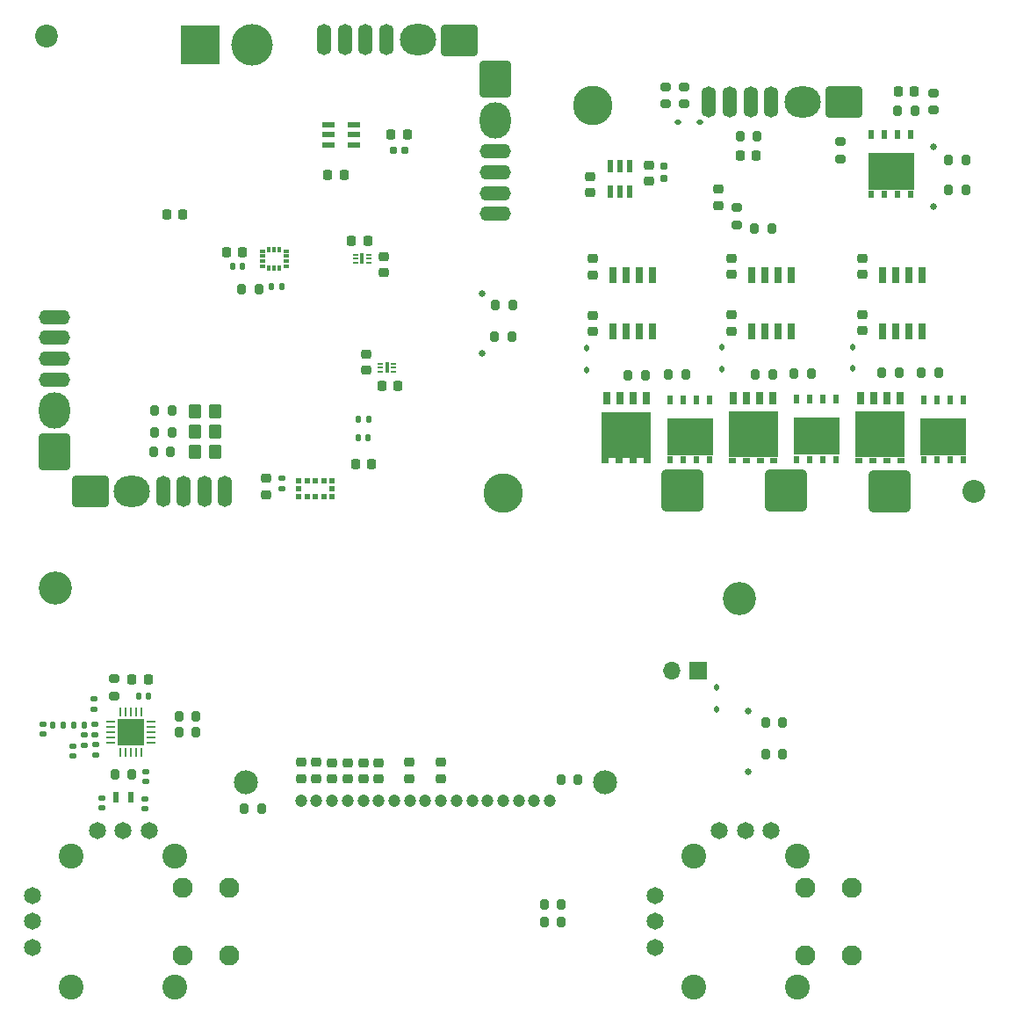
<source format=gbr>
%TF.GenerationSoftware,KiCad,Pcbnew,8.0.5*%
%TF.CreationDate,2024-10-20T13:56:42+02:00*%
%TF.ProjectId,Flight_Controller,466c6967-6874-45f4-936f-6e74726f6c6c,rev?*%
%TF.SameCoordinates,Original*%
%TF.FileFunction,Soldermask,Bot*%
%TF.FilePolarity,Negative*%
%FSLAX46Y46*%
G04 Gerber Fmt 4.6, Leading zero omitted, Abs format (unit mm)*
G04 Created by KiCad (PCBNEW 8.0.5) date 2024-10-20 13:56:42*
%MOMM*%
%LPD*%
G01*
G04 APERTURE LIST*
G04 Aperture macros list*
%AMRoundRect*
0 Rectangle with rounded corners*
0 $1 Rounding radius*
0 $2 $3 $4 $5 $6 $7 $8 $9 X,Y pos of 4 corners*
0 Add a 4 corners polygon primitive as box body*
4,1,4,$2,$3,$4,$5,$6,$7,$8,$9,$2,$3,0*
0 Add four circle primitives for the rounded corners*
1,1,$1+$1,$2,$3*
1,1,$1+$1,$4,$5*
1,1,$1+$1,$6,$7*
1,1,$1+$1,$8,$9*
0 Add four rect primitives between the rounded corners*
20,1,$1+$1,$2,$3,$4,$5,0*
20,1,$1+$1,$4,$5,$6,$7,0*
20,1,$1+$1,$6,$7,$8,$9,0*
20,1,$1+$1,$8,$9,$2,$3,0*%
G04 Aperture macros list end*
%ADD10RoundRect,0.333333X1.666667X1.666667X-1.666667X1.666667X-1.666667X-1.666667X1.666667X-1.666667X0*%
%ADD11C,0.650000*%
%ADD12O,1.400000X3.000000*%
%ADD13RoundRect,0.250000X1.500000X1.250000X-1.500000X1.250000X-1.500000X-1.250000X1.500000X-1.250000X0*%
%ADD14O,3.500000X3.000000*%
%ADD15C,2.200000*%
%ADD16C,1.650000*%
%ADD17C,1.950000*%
%ADD18C,2.400000*%
%ADD19R,1.700000X1.700000*%
%ADD20O,1.700000X1.700000*%
%ADD21C,3.800000*%
%ADD22O,3.000000X1.400000*%
%ADD23RoundRect,0.250000X1.250000X-1.500000X1.250000X1.500000X-1.250000X1.500000X-1.250000X-1.500000X0*%
%ADD24RoundRect,0.250000X-1.500000X-1.250000X1.500000X-1.250000X1.500000X1.250000X-1.500000X1.250000X0*%
%ADD25O,3.000000X3.500000*%
%ADD26R,3.800000X3.800000*%
%ADD27C,4.000000*%
%ADD28C,3.200000*%
%ADD29RoundRect,0.250000X-1.250000X1.500000X-1.250000X-1.500000X1.250000X-1.500000X1.250000X1.500000X0*%
%ADD30C,1.200000*%
%ADD31C,2.310000*%
%ADD32RoundRect,0.225000X-0.250000X0.225000X-0.250000X-0.225000X0.250000X-0.225000X0.250000X0.225000X0*%
%ADD33R,0.500000X0.925000*%
%ADD34R,0.600000X0.800000*%
%ADD35R,4.410000X3.655000*%
%ADD36R,0.700000X0.500000*%
%ADD37R,4.700000X4.500000*%
%ADD38R,0.650000X1.200000*%
%ADD39RoundRect,0.225000X0.225000X0.250000X-0.225000X0.250000X-0.225000X-0.250000X0.225000X-0.250000X0*%
%ADD40RoundRect,0.200000X0.275000X-0.200000X0.275000X0.200000X-0.275000X0.200000X-0.275000X-0.200000X0*%
%ADD41RoundRect,0.225000X-0.225000X-0.250000X0.225000X-0.250000X0.225000X0.250000X-0.225000X0.250000X0*%
%ADD42RoundRect,0.112500X-0.112500X0.187500X-0.112500X-0.187500X0.112500X-0.187500X0.112500X0.187500X0*%
%ADD43RoundRect,0.200000X-0.200000X-0.275000X0.200000X-0.275000X0.200000X0.275000X-0.200000X0.275000X0*%
%ADD44RoundRect,0.155000X0.212500X0.155000X-0.212500X0.155000X-0.212500X-0.155000X0.212500X-0.155000X0*%
%ADD45RoundRect,0.140000X-0.170000X0.140000X-0.170000X-0.140000X0.170000X-0.140000X0.170000X0.140000X0*%
%ADD46RoundRect,0.135000X0.185000X-0.135000X0.185000X0.135000X-0.185000X0.135000X-0.185000X-0.135000X0*%
%ADD47RoundRect,0.140000X-0.140000X-0.170000X0.140000X-0.170000X0.140000X0.170000X-0.140000X0.170000X0*%
%ADD48R,0.700000X1.525000*%
%ADD49RoundRect,0.225000X0.250000X-0.225000X0.250000X0.225000X-0.250000X0.225000X-0.250000X-0.225000X0*%
%ADD50R,0.600000X0.200000*%
%ADD51R,0.350000X0.990000*%
%ADD52RoundRect,0.200000X-0.275000X0.200000X-0.275000X-0.200000X0.275000X-0.200000X0.275000X0.200000X0*%
%ADD53R,0.600000X0.300000*%
%ADD54R,0.300000X0.600000*%
%ADD55RoundRect,0.200000X0.200000X0.275000X-0.200000X0.275000X-0.200000X-0.275000X0.200000X-0.275000X0*%
%ADD56RoundRect,0.140000X0.170000X-0.140000X0.170000X0.140000X-0.170000X0.140000X-0.170000X-0.140000X0*%
%ADD57RoundRect,0.135000X0.135000X0.185000X-0.135000X0.185000X-0.135000X-0.185000X0.135000X-0.185000X0*%
%ADD58R,0.600000X1.100000*%
%ADD59RoundRect,0.062500X0.350000X0.062500X-0.350000X0.062500X-0.350000X-0.062500X0.350000X-0.062500X0*%
%ADD60RoundRect,0.062500X0.062500X0.350000X-0.062500X0.350000X-0.062500X-0.350000X0.062500X-0.350000X0*%
%ADD61R,2.500000X2.500000*%
%ADD62RoundRect,0.250000X0.350000X0.450000X-0.350000X0.450000X-0.350000X-0.450000X0.350000X-0.450000X0*%
%ADD63RoundRect,0.140000X0.140000X0.170000X-0.140000X0.170000X-0.140000X-0.170000X0.140000X-0.170000X0*%
%ADD64R,1.250000X0.600000*%
%ADD65R,0.500000X0.500000*%
%ADD66RoundRect,0.112500X-0.187500X-0.112500X0.187500X-0.112500X0.187500X0.112500X-0.187500X0.112500X0*%
%ADD67RoundRect,0.155000X0.155000X-0.212500X0.155000X0.212500X-0.155000X0.212500X-0.155000X-0.212500X0*%
%ADD68R,0.600000X1.250000*%
G04 APERTURE END LIST*
D10*
%TO.C,C25*%
X97950000Y-60467157D03*
X87950000Y-60457157D03*
X77950000Y-60457157D03*
%TD*%
D11*
%TO.C,J1*%
X102225000Y-33097157D03*
X102225000Y-27317157D03*
%TD*%
D12*
%TO.C,C24*%
X86550000Y-22957157D03*
X84550000Y-22957157D03*
X82550000Y-22957157D03*
X80550000Y-22957157D03*
D13*
X93550000Y-22967157D03*
D14*
X89550000Y-22957157D03*
%TD*%
D11*
%TO.C,J1*%
X84285000Y-87490000D03*
X84285000Y-81710000D03*
%TD*%
D15*
%TO.C,H2*%
X16688000Y-16660000D03*
%TD*%
D16*
%TO.C,S1*%
X15325000Y-99437500D03*
X15325000Y-101937500D03*
X15325000Y-104437500D03*
X26555000Y-93207500D03*
X24055000Y-93207500D03*
X21555000Y-93207500D03*
D17*
X29805000Y-105187500D03*
X29805000Y-98687500D03*
X34305000Y-105187500D03*
X34305000Y-98687500D03*
D18*
X19055000Y-95612500D03*
X19055000Y-108262500D03*
X29055000Y-108262500D03*
X29055000Y-95612500D03*
%TD*%
D19*
%TO.C,BT1*%
X79475000Y-77800000D03*
D20*
X76935000Y-77800000D03*
%TD*%
D21*
%TO.C,H1*%
X69300000Y-23307157D03*
%TD*%
D22*
%TO.C,C27*%
X17400000Y-43725000D03*
X17400000Y-45725000D03*
X17400000Y-47725000D03*
X17400000Y-49725000D03*
D12*
X27900000Y-60475000D03*
X29900000Y-60475000D03*
X31900000Y-60475000D03*
X33900000Y-60475000D03*
D23*
X17400000Y-56725000D03*
D24*
X20900000Y-60465000D03*
D25*
X17400000Y-52725000D03*
D14*
X24900000Y-60475000D03*
%TD*%
D26*
%TO.C,BT1*%
X31500000Y-17500000D03*
D27*
X36500000Y-17500000D03*
%TD*%
D16*
%TO.C,S2*%
X75325000Y-99437500D03*
X75325000Y-101937500D03*
X75325000Y-104437500D03*
X86555000Y-93207500D03*
X84055000Y-93207500D03*
X81555000Y-93207500D03*
D17*
X89805000Y-105187500D03*
X89805000Y-98687500D03*
X94305000Y-105187500D03*
X94305000Y-98687500D03*
D18*
X79055000Y-95612500D03*
X79055000Y-108262500D03*
X89055000Y-108262500D03*
X89055000Y-95612500D03*
%TD*%
D21*
%TO.C,H1*%
X60688000Y-60660000D03*
%TD*%
D15*
%TO.C,H2*%
X106050000Y-60507157D03*
%TD*%
D28*
%TO.C,H2*%
X83500000Y-70800000D03*
%TD*%
D22*
%TO.C,C28*%
X59944000Y-33768000D03*
X59944000Y-31768000D03*
X59944000Y-29768000D03*
X59944000Y-27768000D03*
D12*
X49444000Y-17018000D03*
X47444000Y-17018000D03*
X45444000Y-17018000D03*
X43444000Y-17018000D03*
D29*
X59944000Y-20768000D03*
D13*
X56444000Y-17028000D03*
D25*
X59944000Y-24768000D03*
D14*
X52444000Y-17018000D03*
%TD*%
D11*
%TO.C,J1*%
X58704500Y-47212000D03*
X58704500Y-41432000D03*
%TD*%
D28*
%TO.C,H1*%
X17500000Y-69800000D03*
%TD*%
D30*
%TO.C,DS1*%
X41200000Y-90300000D03*
X42700000Y-90300000D03*
X44200000Y-90300000D03*
X45700000Y-90300000D03*
X47200000Y-90300000D03*
X48700000Y-90300000D03*
X50200000Y-90300000D03*
X51700000Y-90300000D03*
X53200000Y-90300000D03*
X54700000Y-90300000D03*
X56200000Y-90300000D03*
X57700000Y-90300000D03*
X59200000Y-90300000D03*
X60700000Y-90300000D03*
X62200000Y-90300000D03*
X63700000Y-90300000D03*
X65200000Y-90300000D03*
D31*
X35900000Y-88500000D03*
X70500000Y-88500000D03*
%TD*%
D32*
%TO.C,C6*%
X82745000Y-38082157D03*
X82745000Y-39632157D03*
%TD*%
D33*
%TO.C,Q5*%
X96195000Y-26094157D03*
X97465000Y-26094157D03*
X98735000Y-26094157D03*
X100005000Y-26094157D03*
D34*
X96195000Y-31882157D03*
X97465000Y-31882157D03*
D35*
X98100000Y-29655157D03*
D34*
X98735000Y-31882157D03*
X100005000Y-31882157D03*
%TD*%
D36*
%TO.C,Q2*%
X95025000Y-57507157D03*
X96355000Y-57507157D03*
D37*
X97020000Y-55007157D03*
D36*
X97685000Y-57507157D03*
X99015000Y-57507157D03*
D38*
X98925000Y-51507157D03*
X95115000Y-51507157D03*
X96385000Y-51507157D03*
X97655000Y-51507157D03*
%TD*%
D39*
%TO.C,C22*%
X85100000Y-28182157D03*
X83550000Y-28182157D03*
%TD*%
D32*
%TO.C,C18*%
X81450000Y-31402157D03*
X81450000Y-32952157D03*
%TD*%
D40*
%TO.C,R25*%
X76350000Y-23182157D03*
X76350000Y-21532157D03*
%TD*%
D41*
%TO.C,C3*%
X43798000Y-30000000D03*
X45348000Y-30000000D03*
%TD*%
D32*
%TO.C,C22*%
X48700000Y-86625000D03*
X48700000Y-88175000D03*
%TD*%
%TO.C,C28*%
X54700000Y-86600000D03*
X54700000Y-88150000D03*
%TD*%
D42*
%TO.C,D4*%
X81300000Y-79400000D03*
X81300000Y-81500000D03*
%TD*%
D43*
%TO.C,R3*%
X29450000Y-83687500D03*
X31100000Y-83687500D03*
%TD*%
%TO.C,R5*%
X103625000Y-31457157D03*
X105275000Y-31457157D03*
%TD*%
D44*
%TO.C,C2*%
X51223500Y-27686000D03*
X50088500Y-27686000D03*
%TD*%
D45*
%TO.C,C18*%
X16300000Y-82940000D03*
X16300000Y-83900000D03*
%TD*%
D32*
%TO.C,C27*%
X41200000Y-86600000D03*
X41200000Y-88150000D03*
%TD*%
D46*
%TO.C,L2*%
X20275000Y-84997500D03*
X20275000Y-83977500D03*
%TD*%
D43*
%TO.C,R1*%
X59887000Y-45592000D03*
X61537000Y-45592000D03*
%TD*%
D47*
%TO.C,C23*%
X34600000Y-38862000D03*
X35560000Y-38862000D03*
%TD*%
D32*
%TO.C,C7*%
X82750000Y-43507157D03*
X82750000Y-45057157D03*
%TD*%
D39*
%TO.C,C3*%
X26450000Y-78587500D03*
X24900000Y-78587500D03*
%TD*%
D43*
%TO.C,R2*%
X64675000Y-100290000D03*
X66325000Y-100290000D03*
%TD*%
D40*
%TO.C,J_VUSB1*%
X93250000Y-28482157D03*
X93250000Y-26832157D03*
%TD*%
D46*
%TO.C,L1*%
X21345000Y-83977500D03*
X21345000Y-82957500D03*
%TD*%
D48*
%TO.C,IC1*%
X84645000Y-39645157D03*
X85915000Y-39645157D03*
X87185000Y-39645157D03*
X88455000Y-39645157D03*
X88455000Y-45069157D03*
X87185000Y-45069157D03*
X85915000Y-45069157D03*
X84645000Y-45069157D03*
%TD*%
D49*
%TO.C,C17*%
X49200000Y-39450000D03*
X49200000Y-37900000D03*
%TD*%
D47*
%TO.C,C18*%
X46764000Y-53594000D03*
X47724000Y-53594000D03*
%TD*%
D43*
%TO.C,R3*%
X101025000Y-49057157D03*
X102675000Y-49057157D03*
%TD*%
D50*
%TO.C,IC5*%
X47750000Y-37700000D03*
X47750000Y-38100000D03*
X47750000Y-38500000D03*
X46450000Y-38500000D03*
X46450000Y-38100000D03*
X46450000Y-37700000D03*
D51*
X47100000Y-38100000D03*
%TD*%
D52*
%TO.C,R8*%
X83250000Y-33182157D03*
X83250000Y-34832157D03*
%TD*%
D49*
%TO.C,C5*%
X74760000Y-30632157D03*
X74760000Y-29082157D03*
%TD*%
D41*
%TO.C,C12*%
X48975000Y-50340000D03*
X50525000Y-50340000D03*
%TD*%
D33*
%TO.C,Q1*%
X101250000Y-51669157D03*
X102520000Y-51669157D03*
X103790000Y-51669157D03*
X105060000Y-51669157D03*
D34*
X101250000Y-57457157D03*
X102520000Y-57457157D03*
D35*
X103155000Y-55230157D03*
D34*
X103790000Y-57457157D03*
X105060000Y-57457157D03*
%TD*%
D53*
%TO.C,IC2*%
X39758000Y-37350000D03*
X39758000Y-37850000D03*
X39758000Y-38350000D03*
X39758000Y-38850000D03*
D54*
X39108000Y-39000000D03*
X38608000Y-39000000D03*
X38108000Y-39000000D03*
D53*
X37458000Y-38850000D03*
X37458000Y-38350000D03*
X37458000Y-37850000D03*
X37458000Y-37350000D03*
D54*
X38108000Y-37200000D03*
X38608000Y-37200000D03*
X39108000Y-37200000D03*
%TD*%
D55*
%TO.C,J_Fsync1*%
X37147000Y-41010000D03*
X35497000Y-41010000D03*
%TD*%
D56*
%TO.C,C13*%
X22000000Y-90980000D03*
X22000000Y-90020000D03*
%TD*%
D57*
%TO.C,L3*%
X20275000Y-82987500D03*
X19255000Y-82987500D03*
%TD*%
D32*
%TO.C,C25*%
X44200000Y-86625000D03*
X44200000Y-88175000D03*
%TD*%
%TO.C,C15*%
X69350000Y-43582157D03*
X69350000Y-45132157D03*
%TD*%
D40*
%TO.C,R9*%
X23175000Y-80212500D03*
X23175000Y-78562500D03*
%TD*%
D43*
%TO.C,R18*%
X76625000Y-49257157D03*
X78275000Y-49257157D03*
%TD*%
D55*
%TO.C,R4*%
X31100000Y-82187500D03*
X29450000Y-82187500D03*
%TD*%
D32*
%TO.C,C23*%
X51600000Y-86600000D03*
X51600000Y-88150000D03*
%TD*%
D55*
%TO.C,R3*%
X28775000Y-54800000D03*
X27125000Y-54800000D03*
%TD*%
D32*
%TO.C,C3*%
X95350000Y-43482157D03*
X95350000Y-45032157D03*
%TD*%
D58*
%TO.C,Y2*%
X24775000Y-89987500D03*
X23375000Y-89987500D03*
%TD*%
D32*
%TO.C,C4*%
X95350000Y-38082157D03*
X95350000Y-39632157D03*
%TD*%
D55*
%TO.C,R23*%
X100375000Y-23807157D03*
X98725000Y-23807157D03*
%TD*%
D47*
%TO.C,C24*%
X38370000Y-40750000D03*
X39330000Y-40750000D03*
%TD*%
D36*
%TO.C,Q7*%
X82810000Y-57507157D03*
X84140000Y-57507157D03*
D37*
X84805000Y-55007157D03*
D36*
X85470000Y-57507157D03*
X86800000Y-57507157D03*
D38*
X86710000Y-51507157D03*
X82900000Y-51507157D03*
X84170000Y-51507157D03*
X85440000Y-51507157D03*
%TD*%
D33*
%TO.C,Q4*%
X76790000Y-51669157D03*
X78060000Y-51669157D03*
X79330000Y-51669157D03*
X80600000Y-51669157D03*
D34*
X76790000Y-57457157D03*
X78060000Y-57457157D03*
D35*
X78695000Y-55230157D03*
D34*
X79330000Y-57457157D03*
X80600000Y-57457157D03*
%TD*%
D59*
%TO.C,U3*%
X26712500Y-82725000D03*
X26712500Y-83225000D03*
X26712500Y-83725000D03*
X26712500Y-84225000D03*
X26712500Y-84725000D03*
D60*
X25775000Y-85662500D03*
X25275000Y-85662500D03*
X24775000Y-85662500D03*
X24275000Y-85662500D03*
X23775000Y-85662500D03*
D59*
X22837500Y-84725000D03*
X22837500Y-84225000D03*
X22837500Y-83725000D03*
X22837500Y-83225000D03*
X22837500Y-82725000D03*
D60*
X23775000Y-81787500D03*
X24275000Y-81787500D03*
X24775000Y-81787500D03*
X25275000Y-81787500D03*
X25775000Y-81787500D03*
D61*
X24775000Y-83725000D03*
%TD*%
D55*
%TO.C,R4*%
X28625000Y-56700000D03*
X26975000Y-56700000D03*
%TD*%
D36*
%TO.C,Q3*%
X70560000Y-57557157D03*
X71890000Y-57557157D03*
D37*
X72555000Y-55057157D03*
D36*
X73220000Y-57557157D03*
X74550000Y-57557157D03*
D38*
X74460000Y-51557157D03*
X70650000Y-51557157D03*
X71920000Y-51557157D03*
X73190000Y-51557157D03*
%TD*%
D43*
%TO.C,R2*%
X97225000Y-49107157D03*
X98875000Y-49107157D03*
%TD*%
%TO.C,R17*%
X72725000Y-49307157D03*
X74375000Y-49307157D03*
%TD*%
D56*
%TO.C,C19*%
X19175000Y-85980000D03*
X19175000Y-85020000D03*
%TD*%
D39*
%TO.C,C38*%
X29825000Y-33800000D03*
X28275000Y-33800000D03*
%TD*%
D62*
%TO.C,NTC_solder_pad2*%
X32950000Y-56700000D03*
X30950000Y-56700000D03*
%TD*%
D55*
%TO.C,R9*%
X28775000Y-52750000D03*
X27125000Y-52750000D03*
%TD*%
D41*
%TO.C,C22*%
X34023000Y-37454000D03*
X35573000Y-37454000D03*
%TD*%
D63*
%TO.C,C10*%
X26480000Y-80200000D03*
X25520000Y-80200000D03*
%TD*%
D40*
%TO.C,R26*%
X78100000Y-23182157D03*
X78100000Y-21532157D03*
%TD*%
D32*
%TO.C,C11*%
X47450000Y-47265000D03*
X47450000Y-48815000D03*
%TD*%
D48*
%TO.C,IC3*%
X97245000Y-39645157D03*
X98515000Y-39645157D03*
X99785000Y-39645157D03*
X101055000Y-39645157D03*
X101055000Y-45069157D03*
X99785000Y-45069157D03*
X98515000Y-45069157D03*
X97245000Y-45069157D03*
%TD*%
D47*
%TO.C,C20*%
X46736000Y-55372000D03*
X47696000Y-55372000D03*
%TD*%
D32*
%TO.C,C26*%
X42700000Y-86600000D03*
X42700000Y-88150000D03*
%TD*%
%TO.C,C14*%
X69350000Y-38107157D03*
X69350000Y-39657157D03*
%TD*%
D48*
%TO.C,IC4*%
X71245000Y-39645157D03*
X72515000Y-39645157D03*
X73785000Y-39645157D03*
X75055000Y-39645157D03*
X75055000Y-45069157D03*
X73785000Y-45069157D03*
X72515000Y-45069157D03*
X71245000Y-45069157D03*
%TD*%
D55*
%TO.C,J_BOOT1*%
X85175000Y-26257157D03*
X83525000Y-26257157D03*
%TD*%
D64*
%TO.C,IC1*%
X43831000Y-27112000D03*
X43831000Y-26162000D03*
X43831000Y-25212000D03*
X46331000Y-25212000D03*
X46331000Y-26162000D03*
X46331000Y-27112000D03*
%TD*%
D32*
%TO.C,C24*%
X45700000Y-86625000D03*
X45700000Y-88175000D03*
%TD*%
D43*
%TO.C,R9*%
X85025000Y-49207157D03*
X86675000Y-49207157D03*
%TD*%
D55*
%TO.C,J2*%
X67925000Y-88300000D03*
X66275000Y-88300000D03*
%TD*%
D45*
%TO.C,C20*%
X21375000Y-84907500D03*
X21375000Y-85867500D03*
%TD*%
D63*
%TO.C,C17*%
X18245000Y-82987500D03*
X17285000Y-82987500D03*
%TD*%
D42*
%TO.C,D4*%
X68700000Y-46707157D03*
X68700000Y-48807157D03*
%TD*%
D39*
%TO.C,C13*%
X47633000Y-36400000D03*
X46083000Y-36400000D03*
%TD*%
D43*
%TO.C,R8*%
X85975000Y-85800000D03*
X87625000Y-85800000D03*
%TD*%
D65*
%TO.C,U3*%
X41000000Y-61054000D03*
X41800000Y-61054000D03*
X42600000Y-61054000D03*
X43400000Y-61054000D03*
X44200000Y-61054000D03*
X44200000Y-60254000D03*
X44200000Y-59454000D03*
X43400000Y-59454000D03*
X42600000Y-59454000D03*
X41800000Y-59454000D03*
X41000000Y-59454000D03*
X41000000Y-60254000D03*
%TD*%
D42*
%TO.C,D3*%
X81750000Y-46657157D03*
X81750000Y-48757157D03*
%TD*%
D43*
%TO.C,R13*%
X85975000Y-82800000D03*
X87625000Y-82800000D03*
%TD*%
D56*
%TO.C,C12*%
X26175000Y-91067500D03*
X26175000Y-90107500D03*
%TD*%
D43*
%TO.C,R7*%
X84924132Y-35207157D03*
X86574132Y-35207157D03*
%TD*%
D62*
%TO.C,NTC_solder_pad3*%
X32950000Y-52800000D03*
X30950000Y-52800000D03*
%TD*%
D43*
%TO.C,R6*%
X103625000Y-28557157D03*
X105275000Y-28557157D03*
%TD*%
D41*
%TO.C,C19*%
X46469000Y-57912000D03*
X48019000Y-57912000D03*
%TD*%
D42*
%TO.C,D1*%
X94400000Y-46582157D03*
X94400000Y-48682157D03*
%TD*%
D39*
%TO.C,C28*%
X100325000Y-22007157D03*
X98775000Y-22007157D03*
%TD*%
D62*
%TO.C,NTC_solder_pad1*%
X32950000Y-54750000D03*
X30950000Y-54750000D03*
%TD*%
D33*
%TO.C,Q8*%
X88995000Y-51646157D03*
X90265000Y-51646157D03*
X91535000Y-51646157D03*
X92805000Y-51646157D03*
D34*
X88995000Y-57434157D03*
X90265000Y-57434157D03*
D35*
X90900000Y-55207157D03*
D34*
X91535000Y-57434157D03*
X92805000Y-57434157D03*
%TD*%
D56*
%TO.C,C11*%
X26275000Y-88467500D03*
X26275000Y-87507500D03*
%TD*%
D66*
%TO.C,D2*%
X77550000Y-24957157D03*
X79650000Y-24957157D03*
%TD*%
D43*
%TO.C,R10*%
X23250000Y-87787500D03*
X24900000Y-87787500D03*
%TD*%
%TO.C,R2*%
X59940500Y-42544000D03*
X61590500Y-42544000D03*
%TD*%
D32*
%TO.C,C21*%
X47200000Y-86625000D03*
X47200000Y-88175000D03*
%TD*%
D50*
%TO.C,IC3*%
X48850000Y-49000000D03*
X48850000Y-48600000D03*
X48850000Y-48200000D03*
X50150000Y-48200000D03*
X50150000Y-48600000D03*
X50150000Y-49000000D03*
D51*
X49500000Y-48600000D03*
%TD*%
D67*
%TO.C,C13*%
X76210000Y-30324657D03*
X76210000Y-29189657D03*
%TD*%
D43*
%TO.C,R10*%
X88725000Y-49157157D03*
X90375000Y-49157157D03*
%TD*%
D49*
%TO.C,C25*%
X37866000Y-60813000D03*
X37866000Y-59263000D03*
%TD*%
D56*
%TO.C,C26*%
X39390000Y-60236000D03*
X39390000Y-59276000D03*
%TD*%
D68*
%TO.C,IC2*%
X71000000Y-29157157D03*
X71950000Y-29157157D03*
X72900000Y-29157157D03*
X72900000Y-31657157D03*
X71950000Y-31657157D03*
X71000000Y-31657157D03*
%TD*%
D32*
%TO.C,C10*%
X69090000Y-30152157D03*
X69090000Y-31702157D03*
%TD*%
D45*
%TO.C,C5*%
X21275000Y-80507500D03*
X21275000Y-81467500D03*
%TD*%
D55*
%TO.C,R7*%
X66325000Y-102000000D03*
X64675000Y-102000000D03*
%TD*%
D39*
%TO.C,C1*%
X51431000Y-26162000D03*
X49881000Y-26162000D03*
%TD*%
D52*
%TO.C,R24*%
X102150000Y-22132157D03*
X102150000Y-23782157D03*
%TD*%
D55*
%TO.C,J0*%
X37400000Y-91100000D03*
X35750000Y-91100000D03*
%TD*%
M02*

</source>
